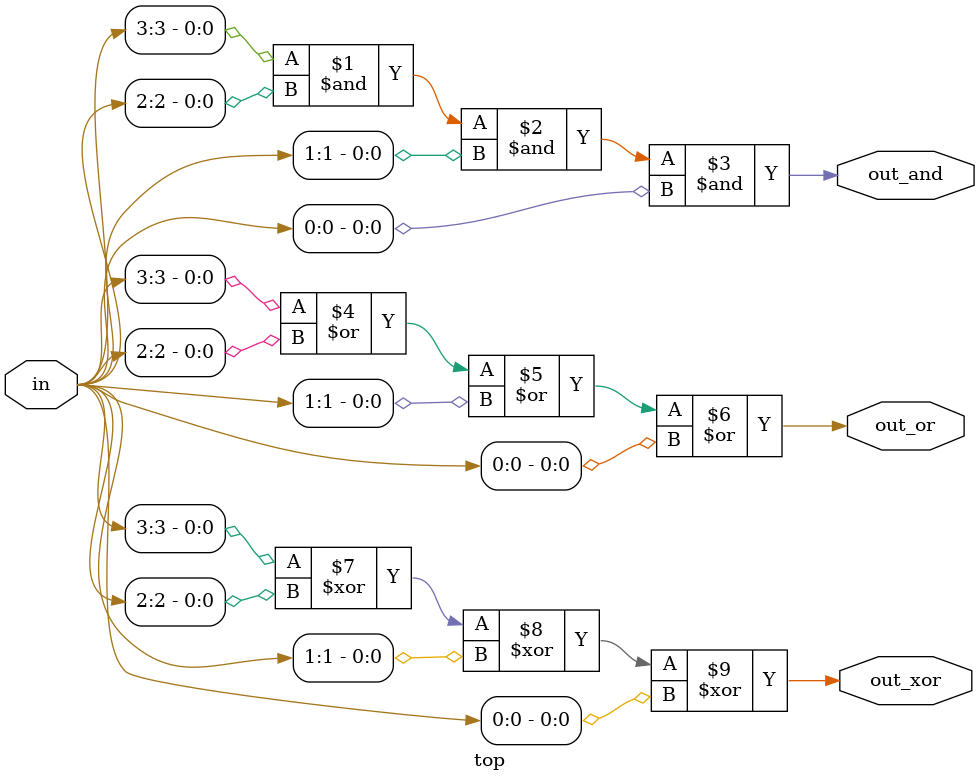
<source format=sv>
module top (
    input [3:0] in,
    output out_and,
    output out_or,
    output out_xor
);

    assign out_and = in[3] & in[2] & in[1] & in[0];
    assign out_or = in[3] | in[2] | in[1] | in[0];
    assign out_xor = in[3] ^ in[2] ^ in[1] ^ in[0];

endmodule

</source>
